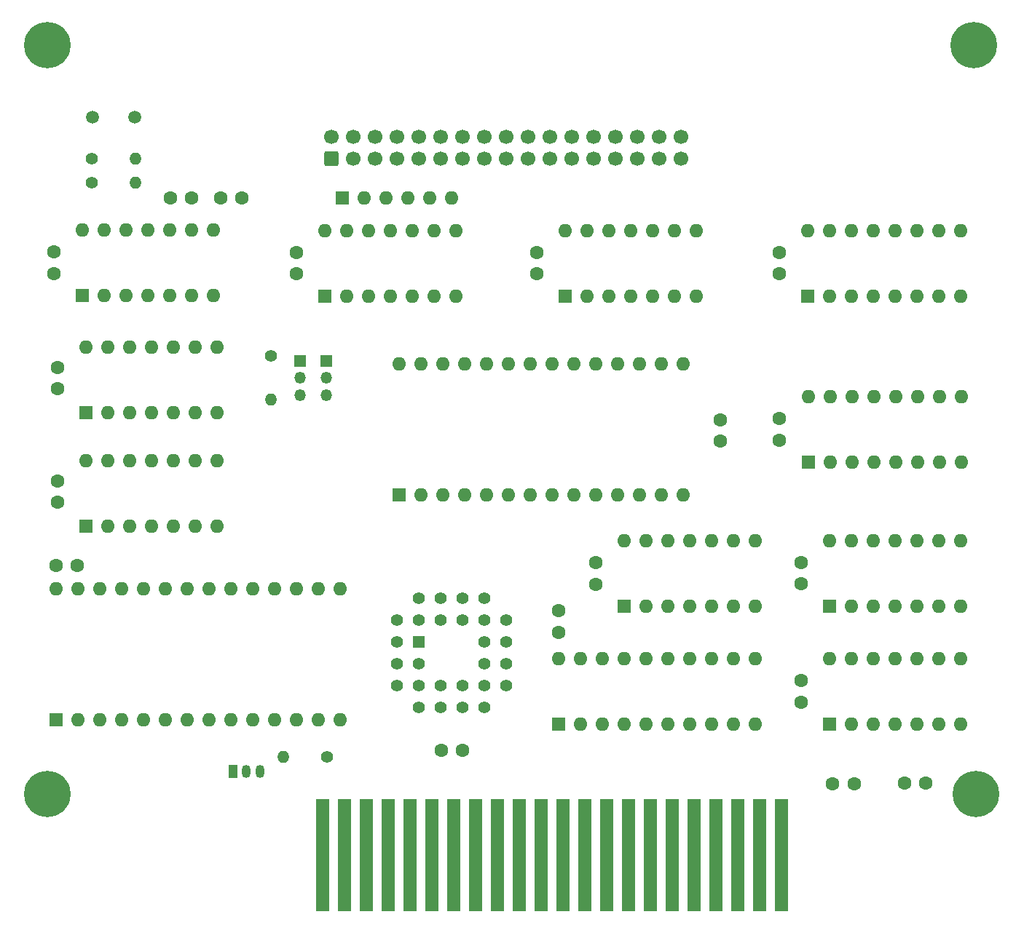
<source format=gbr>
G04 #@! TF.GenerationSoftware,KiCad,Pcbnew,(7.0.0-0)*
G04 #@! TF.CreationDate,2023-05-08T12:54:49+01:00*
G04 #@! TF.ProjectId,SFD700,53464437-3030-42e6-9b69-6361645f7063,rev?*
G04 #@! TF.SameCoordinates,Original*
G04 #@! TF.FileFunction,Soldermask,Bot*
G04 #@! TF.FilePolarity,Negative*
%FSLAX46Y46*%
G04 Gerber Fmt 4.6, Leading zero omitted, Abs format (unit mm)*
G04 Created by KiCad (PCBNEW (7.0.0-0)) date 2023-05-08 12:54:49*
%MOMM*%
%LPD*%
G01*
G04 APERTURE LIST*
G04 Aperture macros list*
%AMRoundRect*
0 Rectangle with rounded corners*
0 $1 Rounding radius*
0 $2 $3 $4 $5 $6 $7 $8 $9 X,Y pos of 4 corners*
0 Add a 4 corners polygon primitive as box body*
4,1,4,$2,$3,$4,$5,$6,$7,$8,$9,$2,$3,0*
0 Add four circle primitives for the rounded corners*
1,1,$1+$1,$2,$3*
1,1,$1+$1,$4,$5*
1,1,$1+$1,$6,$7*
1,1,$1+$1,$8,$9*
0 Add four rect primitives between the rounded corners*
20,1,$1+$1,$2,$3,$4,$5,0*
20,1,$1+$1,$4,$5,$6,$7,0*
20,1,$1+$1,$6,$7,$8,$9,0*
20,1,$1+$1,$8,$9,$2,$3,0*%
G04 Aperture macros list end*
%ADD10C,1.600000*%
%ADD11RoundRect,0.250000X0.600000X-0.600000X0.600000X0.600000X-0.600000X0.600000X-0.600000X-0.600000X0*%
%ADD12C,1.700000*%
%ADD13C,1.400000*%
%ADD14O,1.400000X1.400000*%
%ADD15R,1.600000X1.600000*%
%ADD16O,1.600000X1.600000*%
%ADD17R,1.422400X1.422400*%
%ADD18C,1.422400*%
%ADD19C,1.500000*%
%ADD20R,1.500000X13.000000*%
%ADD21C,5.400000*%
%ADD22R,1.350000X1.350000*%
%ADD23O,1.350000X1.350000*%
%ADD24R,1.050000X1.500000*%
%ADD25O,1.050000X1.500000*%
G04 APERTURE END LIST*
D10*
X161036000Y-68072000D03*
X161036000Y-70572000D03*
X104847000Y-67996000D03*
X104847000Y-70496000D03*
X133096000Y-68072000D03*
X133096000Y-70572000D03*
X105300000Y-94628000D03*
X105300000Y-97128000D03*
X105300000Y-81420000D03*
X105300000Y-83920000D03*
X152400000Y-125984000D03*
X149900000Y-125984000D03*
X197906000Y-129876000D03*
X195406000Y-129876000D03*
X203748000Y-129794000D03*
X206248000Y-129794000D03*
X163576000Y-112268000D03*
X163576000Y-109768000D03*
D11*
X137160000Y-57150000D03*
D12*
X137160000Y-54610000D03*
X139700000Y-57150000D03*
X139700000Y-54610000D03*
X142240000Y-57150000D03*
X142240000Y-54610000D03*
X144780000Y-57150000D03*
X144780000Y-54610000D03*
X147320000Y-57150000D03*
X147320000Y-54610000D03*
X149860000Y-57150000D03*
X149860000Y-54610000D03*
X152400000Y-57150000D03*
X152400000Y-54610000D03*
X154940000Y-57150000D03*
X154940000Y-54610000D03*
X157480000Y-57150000D03*
X157480000Y-54610000D03*
X160020000Y-57150000D03*
X160020000Y-54610000D03*
X162560000Y-57150000D03*
X162560000Y-54610000D03*
X165100000Y-57150000D03*
X165100000Y-54610000D03*
X167640000Y-57150000D03*
X167640000Y-54610000D03*
X170180000Y-57150000D03*
X170180000Y-54610000D03*
X172720000Y-57150000D03*
X172720000Y-54610000D03*
X175260000Y-57150000D03*
X175260000Y-54610000D03*
X177800000Y-57150000D03*
X177800000Y-54610000D03*
D13*
X130114000Y-80098000D03*
D14*
X130113999Y-85177999D03*
D13*
X136652000Y-126746000D03*
D14*
X131571999Y-126745999D03*
D15*
X138429999Y-61721999D03*
D16*
X140969999Y-61721999D03*
X143509999Y-61721999D03*
X146049999Y-61721999D03*
X148589999Y-61721999D03*
X151129999Y-61721999D03*
D15*
X164337999Y-73151999D03*
D16*
X166877999Y-73151999D03*
X169417999Y-73151999D03*
X171957999Y-73151999D03*
X174497999Y-73151999D03*
X177037999Y-73151999D03*
X179577999Y-73151999D03*
X179577999Y-65531999D03*
X177037999Y-65531999D03*
X174497999Y-65531999D03*
X171957999Y-65531999D03*
X169417999Y-65531999D03*
X166877999Y-65531999D03*
X164337999Y-65531999D03*
D15*
X108201999Y-73085999D03*
D16*
X110741999Y-73085999D03*
X113281999Y-73085999D03*
X115821999Y-73085999D03*
X118361999Y-73085999D03*
X120901999Y-73085999D03*
X123441999Y-73085999D03*
X123441999Y-65465999D03*
X120901999Y-65465999D03*
X118361999Y-65465999D03*
X115821999Y-65465999D03*
X113281999Y-65465999D03*
X110741999Y-65465999D03*
X108201999Y-65465999D03*
D15*
X171190999Y-109209999D03*
D16*
X173730999Y-109209999D03*
X176270999Y-109209999D03*
X178810999Y-109209999D03*
X181350999Y-109209999D03*
X183890999Y-109209999D03*
X186430999Y-109209999D03*
X186430999Y-101589999D03*
X183890999Y-101589999D03*
X181350999Y-101589999D03*
X178810999Y-101589999D03*
X176270999Y-101589999D03*
X173730999Y-101589999D03*
X171190999Y-101589999D03*
D15*
X108601999Y-99941999D03*
D16*
X111141999Y-99941999D03*
X113681999Y-99941999D03*
X116221999Y-99941999D03*
X118761999Y-99941999D03*
X121301999Y-99941999D03*
X123841999Y-99941999D03*
X123841999Y-92321999D03*
X121301999Y-92321999D03*
X118761999Y-92321999D03*
X116221999Y-92321999D03*
X113681999Y-92321999D03*
X111141999Y-92321999D03*
X108601999Y-92321999D03*
D17*
X147259999Y-113393999D03*
D18*
X144720000Y-115934000D03*
X147260000Y-115934000D03*
X144720000Y-118474000D03*
X147260000Y-121014000D03*
X147260000Y-118474000D03*
X149800000Y-121014000D03*
X149800000Y-118474000D03*
X152340000Y-121014000D03*
X152340000Y-118474000D03*
X154880000Y-121014000D03*
X157420000Y-118474000D03*
X154880000Y-118474000D03*
X157420000Y-115934000D03*
X154880000Y-115934000D03*
X157420000Y-113394000D03*
X154880000Y-113394000D03*
X157420000Y-110854000D03*
X154880000Y-108314000D03*
X154880000Y-110854000D03*
X152340000Y-108314000D03*
X152340000Y-110854000D03*
X149800000Y-108314000D03*
X149800000Y-110854000D03*
X147260000Y-108314000D03*
X144720000Y-110854000D03*
X147260000Y-110854000D03*
X144720000Y-113394000D03*
D15*
X163575999Y-122935999D03*
D16*
X166115999Y-122935999D03*
X168655999Y-122935999D03*
X171195999Y-122935999D03*
X173735999Y-122935999D03*
X176275999Y-122935999D03*
X178815999Y-122935999D03*
X181355999Y-122935999D03*
X183895999Y-122935999D03*
X186435999Y-122935999D03*
X186435999Y-115315999D03*
X183895999Y-115315999D03*
X181355999Y-115315999D03*
X178815999Y-115315999D03*
X176275999Y-115315999D03*
X173735999Y-115315999D03*
X171195999Y-115315999D03*
X168655999Y-115315999D03*
X166115999Y-115315999D03*
X163575999Y-115315999D03*
D15*
X195071999Y-122935999D03*
D16*
X197611999Y-122935999D03*
X200151999Y-122935999D03*
X202691999Y-122935999D03*
X205231999Y-122935999D03*
X207771999Y-122935999D03*
X210311999Y-122935999D03*
X210311999Y-115315999D03*
X207771999Y-115315999D03*
X205231999Y-115315999D03*
X202691999Y-115315999D03*
X200151999Y-115315999D03*
X197611999Y-115315999D03*
X195071999Y-115315999D03*
D15*
X192531999Y-73151999D03*
D16*
X195071999Y-73151999D03*
X197611999Y-73151999D03*
X200151999Y-73151999D03*
X202691999Y-73151999D03*
X205231999Y-73151999D03*
X207771999Y-73151999D03*
X210311999Y-73151999D03*
X210311999Y-65531999D03*
X207771999Y-65531999D03*
X205231999Y-65531999D03*
X202691999Y-65531999D03*
X200151999Y-65531999D03*
X197611999Y-65531999D03*
X195071999Y-65531999D03*
X192531999Y-65531999D03*
D15*
X195071999Y-109219999D03*
D16*
X197611999Y-109219999D03*
X200151999Y-109219999D03*
X202691999Y-109219999D03*
X205231999Y-109219999D03*
X207771999Y-109219999D03*
X210311999Y-109219999D03*
X210311999Y-101599999D03*
X207771999Y-101599999D03*
X205231999Y-101599999D03*
X202691999Y-101599999D03*
X200151999Y-101599999D03*
X197611999Y-101599999D03*
X195071999Y-101599999D03*
D15*
X192546999Y-92445999D03*
D16*
X195086999Y-92445999D03*
X197626999Y-92445999D03*
X200166999Y-92445999D03*
X202706999Y-92445999D03*
X205246999Y-92445999D03*
X207786999Y-92445999D03*
X210326999Y-92445999D03*
X210326999Y-84825999D03*
X207786999Y-84825999D03*
X205246999Y-84825999D03*
X202706999Y-84825999D03*
X200166999Y-84825999D03*
X197626999Y-84825999D03*
X195086999Y-84825999D03*
X192546999Y-84825999D03*
D19*
X114300000Y-52328000D03*
X109400000Y-52328000D03*
D20*
X189469999Y-138153199D03*
X186929999Y-138153199D03*
X184389999Y-138153199D03*
X181849999Y-138153199D03*
X179309999Y-138153199D03*
X176769999Y-138153199D03*
X174229999Y-138153199D03*
X171689999Y-138153199D03*
X169149999Y-138153199D03*
X166609999Y-138153199D03*
X164069999Y-138153199D03*
X161529999Y-138153199D03*
X158989999Y-138153199D03*
X156449999Y-138153199D03*
X153909999Y-138153199D03*
X151369999Y-138153199D03*
X148829999Y-138153199D03*
X146289999Y-138153199D03*
X143749999Y-138153199D03*
X141209999Y-138153199D03*
X138669999Y-138153199D03*
X136129999Y-138153199D03*
D10*
X167894000Y-104180000D03*
X167894000Y-106680000D03*
D21*
X104140000Y-131064000D03*
D10*
X191770000Y-104140000D03*
X191770000Y-106640000D03*
X191770000Y-120396000D03*
X191770000Y-117896000D03*
D22*
X136513999Y-80667999D03*
D23*
X136513999Y-82667999D03*
X136513999Y-84667999D03*
D22*
X133513999Y-80667999D03*
D23*
X133513999Y-82667999D03*
X133513999Y-84667999D03*
D13*
X109300000Y-57150000D03*
D14*
X114379999Y-57149999D03*
D10*
X124226000Y-61722000D03*
X126726000Y-61722000D03*
X189230000Y-68072000D03*
X189230000Y-70572000D03*
D15*
X145033999Y-96265999D03*
D16*
X147573999Y-96265999D03*
X150113999Y-96265999D03*
X152653999Y-96265999D03*
X155193999Y-96265999D03*
X157733999Y-96265999D03*
X160273999Y-96265999D03*
X162813999Y-96265999D03*
X165353999Y-96265999D03*
X167893999Y-96265999D03*
X170433999Y-96265999D03*
X172973999Y-96265999D03*
X175513999Y-96265999D03*
X178053999Y-96265999D03*
X178053999Y-81025999D03*
X175513999Y-81025999D03*
X172973999Y-81025999D03*
X170433999Y-81025999D03*
X167893999Y-81025999D03*
X165353999Y-81025999D03*
X162813999Y-81025999D03*
X160273999Y-81025999D03*
X157733999Y-81025999D03*
X155193999Y-81025999D03*
X152653999Y-81025999D03*
X150113999Y-81025999D03*
X147573999Y-81025999D03*
X145033999Y-81025999D03*
D10*
X182334000Y-90036000D03*
X182334000Y-87536000D03*
D21*
X212090000Y-131064000D03*
D24*
X125729999Y-128445999D03*
D25*
X127253999Y-128445999D03*
X128828799Y-128445999D03*
D13*
X109240000Y-59944000D03*
D14*
X114319999Y-59943999D03*
D10*
X189230000Y-89916000D03*
X189230000Y-87416000D03*
X118404000Y-61722000D03*
X120904000Y-61722000D03*
D21*
X104140000Y-43942000D03*
X211836000Y-43942000D03*
D10*
X107586000Y-104487000D03*
X105086000Y-104487000D03*
D15*
X105155999Y-122427999D03*
D16*
X107695999Y-122427999D03*
X110235999Y-122427999D03*
X112775999Y-122427999D03*
X115315999Y-122427999D03*
X117855999Y-122427999D03*
X120395999Y-122427999D03*
X122935999Y-122427999D03*
X125475999Y-122427999D03*
X128015999Y-122427999D03*
X130555999Y-122427999D03*
X133095999Y-122427999D03*
X135635999Y-122427999D03*
X138175999Y-122427999D03*
X138175999Y-107187999D03*
X135635999Y-107187999D03*
X133095999Y-107187999D03*
X130555999Y-107187999D03*
X128015999Y-107187999D03*
X125475999Y-107187999D03*
X122935999Y-107187999D03*
X120395999Y-107187999D03*
X117855999Y-107187999D03*
X115315999Y-107187999D03*
X112775999Y-107187999D03*
X110235999Y-107187999D03*
X107695999Y-107187999D03*
X105155999Y-107187999D03*
D15*
X136397999Y-73151999D03*
D16*
X138937999Y-73151999D03*
X141477999Y-73151999D03*
X144017999Y-73151999D03*
X146557999Y-73151999D03*
X149097999Y-73151999D03*
X151637999Y-73151999D03*
X151637999Y-65531999D03*
X149097999Y-65531999D03*
X146557999Y-65531999D03*
X144017999Y-65531999D03*
X141477999Y-65531999D03*
X138937999Y-65531999D03*
X136397999Y-65531999D03*
D15*
X108601999Y-86733999D03*
D16*
X111141999Y-86733999D03*
X113681999Y-86733999D03*
X116221999Y-86733999D03*
X118761999Y-86733999D03*
X121301999Y-86733999D03*
X123841999Y-86733999D03*
X123841999Y-79113999D03*
X121301999Y-79113999D03*
X118761999Y-79113999D03*
X116221999Y-79113999D03*
X113681999Y-79113999D03*
X111141999Y-79113999D03*
X108601999Y-79113999D03*
M02*

</source>
